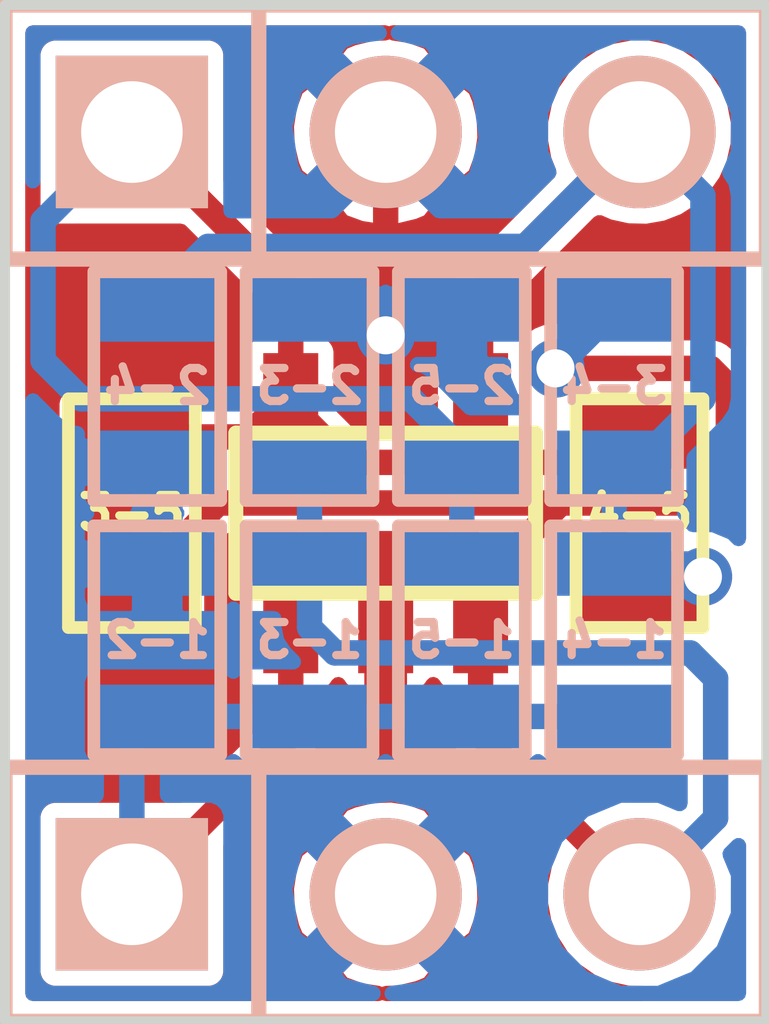
<source format=kicad_pcb>
(kicad_pcb (version 3) (host pcbnew "(2013-june-11)-stable")

  (general
    (links 26)
    (no_connects 0)
    (area 183.921399 67.081399 191.998601 79.0956)
    (thickness 1.6)
    (drawings 4)
    (tracks 67)
    (zones 0)
    (modules 13)
    (nets 6)
  )

  (page A3)
  (layers
    (15 F.Cu signal hide)
    (0 B.Cu signal hide)
    (16 B.Adhes user)
    (17 F.Adhes user)
    (18 B.Paste user)
    (19 F.Paste user)
    (20 B.SilkS user)
    (21 F.SilkS user)
    (22 B.Mask user)
    (23 F.Mask user)
    (24 Dwgs.User user)
    (25 Cmts.User user)
    (26 Eco1.User user)
    (27 Eco2.User user)
    (28 Edge.Cuts user)
  )

  (setup
    (last_trace_width 0.254)
    (trace_clearance 0.1524)
    (zone_clearance 0.1524)
    (zone_45_only no)
    (trace_min 0.254)
    (segment_width 0.2)
    (edge_width 0.1)
    (via_size 0.5842)
    (via_drill 0.381)
    (via_min_size 0.508)
    (via_min_drill 0.3302)
    (uvia_size 0.508)
    (uvia_drill 0.127)
    (uvias_allowed no)
    (uvia_min_size 0.508)
    (uvia_min_drill 0.127)
    (pcb_text_width 0.3)
    (pcb_text_size 1.5 1.5)
    (mod_edge_width 0.15)
    (mod_text_size 1 1)
    (mod_text_width 0.15)
    (pad_size 0.508 0.508)
    (pad_drill 0.3302)
    (pad_to_mask_clearance 0)
    (aux_axis_origin 0 0)
    (visible_elements FFFFDFBF)
    (pcbplotparams
      (layerselection 284983297)
      (usegerberextensions true)
      (excludeedgelayer true)
      (linewidth 0.150000)
      (plotframeref false)
      (viasonmask false)
      (mode 1)
      (useauxorigin false)
      (hpglpennumber 1)
      (hpglpenspeed 20)
      (hpglpendiameter 15)
      (hpglpenoverlay 2)
      (psnegative false)
      (psa4output false)
      (plotreference true)
      (plotvalue true)
      (plotothertext true)
      (plotinvisibletext false)
      (padsonsilk false)
      (subtractmaskfromsilk false)
      (outputformat 1)
      (mirror false)
      (drillshape 0)
      (scaleselection 1)
      (outputdirectory gerbers/))
  )

  (net 0 "")
  (net 1 N-000001)
  (net 2 N-000002)
  (net 3 N-000003)
  (net 4 N-000004)
  (net 5 N-000005)

  (net_class Default "This is the default net class."
    (clearance 0.1524)
    (trace_width 0.254)
    (via_dia 0.5842)
    (via_drill 0.381)
    (uvia_dia 0.508)
    (uvia_drill 0.127)
    (add_net "")
    (add_net N-000001)
    (add_net N-000002)
    (add_net N-000003)
    (add_net N-000004)
    (add_net N-000005)
  )

  (module sot25 (layer F.Cu) (tedit 52E5BEE8) (tstamp 52E5BED4)
    (at 187.96 72.39 180)
    (path /52E5B048)
    (fp_text reference U1 (at 0 0 180) (layer F.SilkS) hide
      (effects (font (size 0.7 0.7) (thickness 0.15)))
    )
    (fp_text value AL8805 (at 0.2 -2.5 180) (layer F.SilkS) hide
      (effects (font (size 1 1) (thickness 0.15)))
    )
    (fp_line (start -1.5 -0.8) (end 1.5 -0.8) (layer F.SilkS) (width 0.15))
    (fp_line (start 1.5 -0.8) (end 1.5 0.8) (layer F.SilkS) (width 0.15))
    (fp_line (start 1.5 0.8) (end -1.4 0.8) (layer F.SilkS) (width 0.15))
    (fp_line (start -1.4 0.8) (end -1.5 0.8) (layer F.SilkS) (width 0.15))
    (fp_line (start -1.5 0.8) (end -1.5 -0.8) (layer F.SilkS) (width 0.15))
    (pad 3 smd rect (at -0.95 -1.2 180) (size 0.55 0.8)
      (layers F.Cu F.Paste F.Mask)
      (net 3 N-000003)
    )
    (pad 2 smd rect (at 0 -1.2 180) (size 0.55 0.8)
      (layers F.Cu F.Paste F.Mask)
      (net 4 N-000004)
    )
    (pad 1 smd rect (at 0.95 -1.2 180) (size 0.55 0.8)
      (layers F.Cu F.Paste F.Mask)
      (net 5 N-000005)
    )
    (pad 4 smd rect (at -0.95 1.2 180) (size 0.55 0.8)
      (layers F.Cu F.Paste F.Mask)
      (net 1 N-000001)
    )
    (pad 5 smd rect (at 0.95 1.2 180) (size 0.55 0.8)
      (layers F.Cu F.Paste F.Mask)
      (net 2 N-000002)
    )
  )

  (module PIN_ARRAY_3X1 (layer B.Cu) (tedit 52E5BEE6) (tstamp 52E5BF62)
    (at 187.96 68.58)
    (descr "Connecteur 3 pins")
    (tags "CONN DEV")
    (path /52E5B057)
    (fp_text reference K2 (at 0.254 2.159) (layer B.SilkS) hide
      (effects (font (size 1.016 1.016) (thickness 0.1524)) (justify mirror))
    )
    (fp_text value CONN_3 (at 0 2.159) (layer B.SilkS) hide
      (effects (font (size 1.016 1.016) (thickness 0.1524)) (justify mirror))
    )
    (fp_line (start -3.81 -1.27) (end -3.81 1.27) (layer B.SilkS) (width 0.1524))
    (fp_line (start -3.81 1.27) (end 3.81 1.27) (layer B.SilkS) (width 0.1524))
    (fp_line (start 3.81 1.27) (end 3.81 -1.27) (layer B.SilkS) (width 0.1524))
    (fp_line (start 3.81 -1.27) (end -3.81 -1.27) (layer B.SilkS) (width 0.1524))
    (fp_line (start -1.27 1.27) (end -1.27 -1.27) (layer B.SilkS) (width 0.1524))
    (pad 1 thru_hole rect (at -2.54 0) (size 1.524 1.524) (drill 1.016)
      (layers *.Cu *.Mask B.SilkS)
      (net 2 N-000002)
    )
    (pad 2 thru_hole circle (at 0 0) (size 1.524 1.524) (drill 1.016)
      (layers *.Cu *.Mask B.SilkS)
      (net 4 N-000004)
    )
    (pad 3 thru_hole circle (at 2.54 0) (size 1.524 1.524) (drill 1.016)
      (layers *.Cu *.Mask B.SilkS)
      (net 1 N-000001)
    )
    (model pin_array/pins_array_3x1.wrl
      (at (xyz 0 0 0))
      (scale (xyz 1 1 1))
      (rotate (xyz 0 0 0))
    )
  )

  (module PIN_ARRAY_3X1 (layer B.Cu) (tedit 52E5BEE3) (tstamp 52E5BF6E)
    (at 187.96 76.2)
    (descr "Connecteur 3 pins")
    (tags "CONN DEV")
    (path /52E5B070)
    (fp_text reference K1 (at 0.254 2.159) (layer B.SilkS) hide
      (effects (font (size 1.016 1.016) (thickness 0.1524)) (justify mirror))
    )
    (fp_text value CONN_3 (at 0 2.159) (layer B.SilkS) hide
      (effects (font (size 1.016 1.016) (thickness 0.1524)) (justify mirror))
    )
    (fp_line (start -3.81 -1.27) (end -3.81 1.27) (layer B.SilkS) (width 0.1524))
    (fp_line (start -3.81 1.27) (end 3.81 1.27) (layer B.SilkS) (width 0.1524))
    (fp_line (start 3.81 1.27) (end 3.81 -1.27) (layer B.SilkS) (width 0.1524))
    (fp_line (start 3.81 -1.27) (end -3.81 -1.27) (layer B.SilkS) (width 0.1524))
    (fp_line (start -1.27 1.27) (end -1.27 -1.27) (layer B.SilkS) (width 0.1524))
    (pad 1 thru_hole rect (at -2.54 0) (size 1.524 1.524) (drill 1.016)
      (layers *.Cu *.Mask B.SilkS)
      (net 5 N-000005)
    )
    (pad 2 thru_hole circle (at 0 0) (size 1.524 1.524) (drill 1.016)
      (layers *.Cu *.Mask B.SilkS)
      (net 4 N-000004)
    )
    (pad 3 thru_hole circle (at 2.54 0) (size 1.524 1.524) (drill 1.016)
      (layers *.Cu *.Mask B.SilkS)
      (net 3 N-000003)
    )
    (model pin_array/pins_array_3x1.wrl
      (at (xyz 0 0 0))
      (scale (xyz 1 1 1))
      (rotate (xyz 0 0 0))
    )
  )

  (module SM0603 (layer F.Cu) (tedit 52E5D53E) (tstamp 52E5BFA2)
    (at 185.42 72.39 270)
    (path /52E5B16F)
    (attr smd)
    (fp_text reference R8 (at 0 0 270) (layer F.SilkS) hide
      (effects (font (size 0.508 0.4572) (thickness 0.1143)))
    )
    (fp_text value 3-5 (at 0 0 360) (layer F.SilkS)
      (effects (font (size 0.3302 0.3302) (thickness 0.08255)))
    )
    (fp_line (start -1.143 -0.635) (end 1.143 -0.635) (layer F.SilkS) (width 0.127))
    (fp_line (start 1.143 -0.635) (end 1.143 0.635) (layer F.SilkS) (width 0.127))
    (fp_line (start 1.143 0.635) (end -1.143 0.635) (layer F.SilkS) (width 0.127))
    (fp_line (start -1.143 0.635) (end -1.143 -0.635) (layer F.SilkS) (width 0.127))
    (pad 1 smd rect (at -0.762 0 270) (size 0.635 1.143)
      (layers F.Cu F.Paste F.Mask)
      (net 2 N-000002)
    )
    (pad 2 smd rect (at 0.762 0 270) (size 0.635 1.143)
      (layers F.Cu F.Paste F.Mask)
      (net 3 N-000003)
    )
    (model smd\resistors\R0603.wrl
      (at (xyz 0 0 0.001))
      (scale (xyz 0.5 0.5 0.5))
      (rotate (xyz 0 0 0))
    )
  )

  (module SM0603 (layer B.Cu) (tedit 52E5D55D) (tstamp 52E5BFAC)
    (at 190.246 71.12 90)
    (path /52E5B175)
    (attr smd)
    (fp_text reference R9 (at 0 0 90) (layer B.SilkS) hide
      (effects (font (size 0.508 0.4572) (thickness 0.1143)) (justify mirror))
    )
    (fp_text value 3-4 (at 0 0 180) (layer B.SilkS)
      (effects (font (size 0.3302 0.3302) (thickness 0.08255)) (justify mirror))
    )
    (fp_line (start -1.143 0.635) (end 1.143 0.635) (layer B.SilkS) (width 0.127))
    (fp_line (start 1.143 0.635) (end 1.143 -0.635) (layer B.SilkS) (width 0.127))
    (fp_line (start 1.143 -0.635) (end -1.143 -0.635) (layer B.SilkS) (width 0.127))
    (fp_line (start -1.143 -0.635) (end -1.143 0.635) (layer B.SilkS) (width 0.127))
    (pad 1 smd rect (at -0.762 0 90) (size 0.635 1.143)
      (layers B.Cu B.Paste B.Mask)
      (net 1 N-000001)
    )
    (pad 2 smd rect (at 0.762 0 90) (size 0.635 1.143)
      (layers B.Cu B.Paste B.Mask)
      (net 3 N-000003)
    )
    (model smd\resistors\R0603.wrl
      (at (xyz 0 0 0.001))
      (scale (xyz 0.5 0.5 0.5))
      (rotate (xyz 0 0 0))
    )
  )

  (module SM0603 (layer F.Cu) (tedit 52E5D546) (tstamp 52E5BFB6)
    (at 190.5 72.39 90)
    (path /52E5B193)
    (attr smd)
    (fp_text reference R10 (at 0 0 90) (layer F.SilkS) hide
      (effects (font (size 0.508 0.4572) (thickness 0.1143)))
    )
    (fp_text value 4-5 (at 0 0 180) (layer F.SilkS)
      (effects (font (size 0.3302 0.3302) (thickness 0.08255)))
    )
    (fp_line (start -1.143 -0.635) (end 1.143 -0.635) (layer F.SilkS) (width 0.127))
    (fp_line (start 1.143 -0.635) (end 1.143 0.635) (layer F.SilkS) (width 0.127))
    (fp_line (start 1.143 0.635) (end -1.143 0.635) (layer F.SilkS) (width 0.127))
    (fp_line (start -1.143 0.635) (end -1.143 -0.635) (layer F.SilkS) (width 0.127))
    (pad 1 smd rect (at -0.762 0 90) (size 0.635 1.143)
      (layers F.Cu F.Paste F.Mask)
      (net 1 N-000001)
    )
    (pad 2 smd rect (at 0.762 0 90) (size 0.635 1.143)
      (layers F.Cu F.Paste F.Mask)
      (net 2 N-000002)
    )
    (model smd\resistors\R0603.wrl
      (at (xyz 0 0 0.001))
      (scale (xyz 0.5 0.5 0.5))
      (rotate (xyz 0 0 0))
    )
  )

  (module SM0603 (layer B.Cu) (tedit 52E5D561) (tstamp 52E5BFC0)
    (at 185.674 73.66 270)
    (path /52E5B19F)
    (attr smd)
    (fp_text reference R1 (at 0 0 270) (layer B.SilkS) hide
      (effects (font (size 0.508 0.4572) (thickness 0.1143)) (justify mirror))
    )
    (fp_text value 1-2 (at 0 0 360) (layer B.SilkS)
      (effects (font (size 0.3302 0.3302) (thickness 0.08255)) (justify mirror))
    )
    (fp_line (start -1.143 0.635) (end 1.143 0.635) (layer B.SilkS) (width 0.127))
    (fp_line (start 1.143 0.635) (end 1.143 -0.635) (layer B.SilkS) (width 0.127))
    (fp_line (start 1.143 -0.635) (end -1.143 -0.635) (layer B.SilkS) (width 0.127))
    (fp_line (start -1.143 -0.635) (end -1.143 0.635) (layer B.SilkS) (width 0.127))
    (pad 1 smd rect (at -0.762 0 270) (size 0.635 1.143)
      (layers B.Cu B.Paste B.Mask)
      (net 4 N-000004)
    )
    (pad 2 smd rect (at 0.762 0 270) (size 0.635 1.143)
      (layers B.Cu B.Paste B.Mask)
      (net 5 N-000005)
    )
    (model smd\resistors\R0603.wrl
      (at (xyz 0 0 0.001))
      (scale (xyz 0.5 0.5 0.5))
      (rotate (xyz 0 0 0))
    )
  )

  (module SM0603 (layer B.Cu) (tedit 52E5D569) (tstamp 52E5BFCA)
    (at 187.198 73.66 270)
    (path /52E5B1A5)
    (attr smd)
    (fp_text reference R2 (at 0 0 270) (layer B.SilkS) hide
      (effects (font (size 0.508 0.4572) (thickness 0.1143)) (justify mirror))
    )
    (fp_text value 1-3 (at 0 0 360) (layer B.SilkS)
      (effects (font (size 0.3302 0.3302) (thickness 0.08255)) (justify mirror))
    )
    (fp_line (start -1.143 0.635) (end 1.143 0.635) (layer B.SilkS) (width 0.127))
    (fp_line (start 1.143 0.635) (end 1.143 -0.635) (layer B.SilkS) (width 0.127))
    (fp_line (start 1.143 -0.635) (end -1.143 -0.635) (layer B.SilkS) (width 0.127))
    (fp_line (start -1.143 -0.635) (end -1.143 0.635) (layer B.SilkS) (width 0.127))
    (pad 1 smd rect (at -0.762 0 270) (size 0.635 1.143)
      (layers B.Cu B.Paste B.Mask)
      (net 3 N-000003)
    )
    (pad 2 smd rect (at 0.762 0 270) (size 0.635 1.143)
      (layers B.Cu B.Paste B.Mask)
      (net 5 N-000005)
    )
    (model smd\resistors\R0603.wrl
      (at (xyz 0 0 0.001))
      (scale (xyz 0.5 0.5 0.5))
      (rotate (xyz 0 0 0))
    )
  )

  (module SM0603 (layer B.Cu) (tedit 52E5D56C) (tstamp 52E5BFD4)
    (at 188.722 73.66 270)
    (path /52E5B1AB)
    (attr smd)
    (fp_text reference R3 (at 0 0 270) (layer B.SilkS) hide
      (effects (font (size 0.508 0.4572) (thickness 0.1143)) (justify mirror))
    )
    (fp_text value 1-5 (at 0 0 360) (layer B.SilkS)
      (effects (font (size 0.3302 0.3302) (thickness 0.08255)) (justify mirror))
    )
    (fp_line (start -1.143 0.635) (end 1.143 0.635) (layer B.SilkS) (width 0.127))
    (fp_line (start 1.143 0.635) (end 1.143 -0.635) (layer B.SilkS) (width 0.127))
    (fp_line (start 1.143 -0.635) (end -1.143 -0.635) (layer B.SilkS) (width 0.127))
    (fp_line (start -1.143 -0.635) (end -1.143 0.635) (layer B.SilkS) (width 0.127))
    (pad 1 smd rect (at -0.762 0 270) (size 0.635 1.143)
      (layers B.Cu B.Paste B.Mask)
      (net 2 N-000002)
    )
    (pad 2 smd rect (at 0.762 0 270) (size 0.635 1.143)
      (layers B.Cu B.Paste B.Mask)
      (net 5 N-000005)
    )
    (model smd\resistors\R0603.wrl
      (at (xyz 0 0 0.001))
      (scale (xyz 0.5 0.5 0.5))
      (rotate (xyz 0 0 0))
    )
  )

  (module SM0603 (layer B.Cu) (tedit 52E5D56F) (tstamp 52E5BFDE)
    (at 190.246 73.66 270)
    (path /52E5B1B1)
    (attr smd)
    (fp_text reference R4 (at 0 0 270) (layer B.SilkS) hide
      (effects (font (size 0.508 0.4572) (thickness 0.1143)) (justify mirror))
    )
    (fp_text value 1-4 (at 0 0 360) (layer B.SilkS)
      (effects (font (size 0.3302 0.3302) (thickness 0.08255)) (justify mirror))
    )
    (fp_line (start -1.143 0.635) (end 1.143 0.635) (layer B.SilkS) (width 0.127))
    (fp_line (start 1.143 0.635) (end 1.143 -0.635) (layer B.SilkS) (width 0.127))
    (fp_line (start 1.143 -0.635) (end -1.143 -0.635) (layer B.SilkS) (width 0.127))
    (fp_line (start -1.143 -0.635) (end -1.143 0.635) (layer B.SilkS) (width 0.127))
    (pad 1 smd rect (at -0.762 0 270) (size 0.635 1.143)
      (layers B.Cu B.Paste B.Mask)
      (net 1 N-000001)
    )
    (pad 2 smd rect (at 0.762 0 270) (size 0.635 1.143)
      (layers B.Cu B.Paste B.Mask)
      (net 5 N-000005)
    )
    (model smd\resistors\R0603.wrl
      (at (xyz 0 0 0.001))
      (scale (xyz 0.5 0.5 0.5))
      (rotate (xyz 0 0 0))
    )
  )

  (module SM0603 (layer B.Cu) (tedit 52E5D555) (tstamp 52E5BFE8)
    (at 187.198 71.12 90)
    (path /52E5B1C3)
    (attr smd)
    (fp_text reference R5 (at 0 0 90) (layer B.SilkS) hide
      (effects (font (size 0.508 0.4572) (thickness 0.1143)) (justify mirror))
    )
    (fp_text value 2-3 (at 0 0 180) (layer B.SilkS)
      (effects (font (size 0.3302 0.3302) (thickness 0.08255)) (justify mirror))
    )
    (fp_line (start -1.143 0.635) (end 1.143 0.635) (layer B.SilkS) (width 0.127))
    (fp_line (start 1.143 0.635) (end 1.143 -0.635) (layer B.SilkS) (width 0.127))
    (fp_line (start 1.143 -0.635) (end -1.143 -0.635) (layer B.SilkS) (width 0.127))
    (fp_line (start -1.143 -0.635) (end -1.143 0.635) (layer B.SilkS) (width 0.127))
    (pad 1 smd rect (at -0.762 0 90) (size 0.635 1.143)
      (layers B.Cu B.Paste B.Mask)
      (net 3 N-000003)
    )
    (pad 2 smd rect (at 0.762 0 90) (size 0.635 1.143)
      (layers B.Cu B.Paste B.Mask)
      (net 4 N-000004)
    )
    (model smd\resistors\R0603.wrl
      (at (xyz 0 0 0.001))
      (scale (xyz 0.5 0.5 0.5))
      (rotate (xyz 0 0 0))
    )
  )

  (module SM0603 (layer B.Cu) (tedit 52E5D559) (tstamp 52E5C2E4)
    (at 188.722 71.12 90)
    (path /52E5B1C9)
    (attr smd)
    (fp_text reference R6 (at 0 0 90) (layer B.SilkS) hide
      (effects (font (size 0.508 0.4572) (thickness 0.1143)) (justify mirror))
    )
    (fp_text value 2-5 (at 0 0 180) (layer B.SilkS)
      (effects (font (size 0.3302 0.3302) (thickness 0.08255)) (justify mirror))
    )
    (fp_line (start -1.143 0.635) (end 1.143 0.635) (layer B.SilkS) (width 0.127))
    (fp_line (start 1.143 0.635) (end 1.143 -0.635) (layer B.SilkS) (width 0.127))
    (fp_line (start 1.143 -0.635) (end -1.143 -0.635) (layer B.SilkS) (width 0.127))
    (fp_line (start -1.143 -0.635) (end -1.143 0.635) (layer B.SilkS) (width 0.127))
    (pad 1 smd rect (at -0.762 0 90) (size 0.635 1.143)
      (layers B.Cu B.Paste B.Mask)
      (net 2 N-000002)
    )
    (pad 2 smd rect (at 0.762 0 90) (size 0.635 1.143)
      (layers B.Cu B.Paste B.Mask)
      (net 4 N-000004)
    )
    (model smd\resistors\R0603.wrl
      (at (xyz 0 0 0.001))
      (scale (xyz 0.5 0.5 0.5))
      (rotate (xyz 0 0 0))
    )
  )

  (module SM0603 (layer B.Cu) (tedit 52E5D550) (tstamp 52E5BFFC)
    (at 185.674 71.12 270)
    (path /52E5B1CF)
    (attr smd)
    (fp_text reference R7 (at 0 0 270) (layer B.SilkS) hide
      (effects (font (size 0.508 0.4572) (thickness 0.1143)) (justify mirror))
    )
    (fp_text value 2-4 (at 0 0 360) (layer B.SilkS)
      (effects (font (size 0.3302 0.3302) (thickness 0.08255)) (justify mirror))
    )
    (fp_line (start -1.143 0.635) (end 1.143 0.635) (layer B.SilkS) (width 0.127))
    (fp_line (start 1.143 0.635) (end 1.143 -0.635) (layer B.SilkS) (width 0.127))
    (fp_line (start 1.143 -0.635) (end -1.143 -0.635) (layer B.SilkS) (width 0.127))
    (fp_line (start -1.143 -0.635) (end -1.143 0.635) (layer B.SilkS) (width 0.127))
    (pad 1 smd rect (at -0.762 0 270) (size 0.635 1.143)
      (layers B.Cu B.Paste B.Mask)
      (net 1 N-000001)
    )
    (pad 2 smd rect (at 0.762 0 270) (size 0.635 1.143)
      (layers B.Cu B.Paste B.Mask)
      (net 4 N-000004)
    )
    (model smd\resistors\R0603.wrl
      (at (xyz 0 0 0.001))
      (scale (xyz 0.5 0.5 0.5))
      (rotate (xyz 0 0 0))
    )
  )

  (gr_line (start 191.77 67.31) (end 184.15 67.31) (angle 90) (layer Edge.Cuts) (width 0.1))
  (gr_line (start 191.77 77.47) (end 191.77 67.31) (angle 90) (layer Edge.Cuts) (width 0.1))
  (gr_line (start 184.15 77.47) (end 191.77 77.47) (angle 90) (layer Edge.Cuts) (width 0.1))
  (gr_line (start 184.15 67.31) (end 184.15 77.47) (angle 90) (layer Edge.Cuts) (width 0.1))

  (segment (start 190.5 73.152) (end 191.008 73.152) (width 0.254) (layer F.Cu) (net 1))
  (segment (start 191.008 72.898) (end 190.246 72.898) (width 0.254) (layer B.Cu) (net 1) (tstamp 52E5C6BF))
  (segment (start 191.135 73.025) (end 191.008 72.898) (width 0.254) (layer B.Cu) (net 1) (tstamp 52E5C6BE))
  (via (at 191.135 73.025) (size 0.5842) (layers F.Cu B.Cu) (net 1))
  (segment (start 191.008 73.152) (end 191.135 73.025) (width 0.254) (layer F.Cu) (net 1) (tstamp 52E5C6B7))
  (segment (start 185.674 70.358) (end 185.674 70.231) (width 0.254) (layer B.Cu) (net 1))
  (segment (start 189.357 69.723) (end 190.5 68.58) (width 0.254) (layer B.Cu) (net 1) (tstamp 52E5C421))
  (segment (start 186.182 69.723) (end 189.357 69.723) (width 0.254) (layer B.Cu) (net 1) (tstamp 52E5C420))
  (segment (start 185.674 70.231) (end 186.182 69.723) (width 0.254) (layer B.Cu) (net 1) (tstamp 52E5C41D))
  (segment (start 190.246 71.882) (end 190.5 71.882) (width 0.254) (layer B.Cu) (net 1))
  (segment (start 191.135 69.215) (end 190.5 68.58) (width 0.254) (layer B.Cu) (net 1) (tstamp 52E5C408))
  (segment (start 191.135 71.247) (end 191.135 69.215) (width 0.254) (layer B.Cu) (net 1) (tstamp 52E5C400))
  (segment (start 190.5 71.882) (end 191.135 71.247) (width 0.254) (layer B.Cu) (net 1) (tstamp 52E5C3FE))
  (segment (start 190.246 72.898) (end 190.246 71.882) (width 0.254) (layer B.Cu) (net 1))
  (segment (start 188.91 71.19) (end 188.91 70.17) (width 0.254) (layer F.Cu) (net 1))
  (segment (start 188.91 70.17) (end 190.5 68.58) (width 0.254) (layer F.Cu) (net 1) (tstamp 52E5C28D))
  (segment (start 187.01 71.19) (end 187.01 71.313) (width 0.254) (layer F.Cu) (net 2))
  (segment (start 190.246 71.882) (end 190.5 71.628) (width 0.254) (layer F.Cu) (net 2) (tstamp 52E5C5C6))
  (segment (start 187.579 71.882) (end 190.246 71.882) (width 0.254) (layer F.Cu) (net 2) (tstamp 52E5C5C3))
  (segment (start 187.01 71.313) (end 187.579 71.882) (width 0.254) (layer F.Cu) (net 2) (tstamp 52E5C5BF))
  (segment (start 185.42 71.628) (end 186.572 71.628) (width 0.254) (layer F.Cu) (net 2))
  (segment (start 186.572 71.628) (end 187.01 71.19) (width 0.254) (layer F.Cu) (net 2) (tstamp 52E5C5B8))
  (segment (start 188.722 71.882) (end 188.722 71.755) (width 0.254) (layer B.Cu) (net 2))
  (segment (start 184.531 69.469) (end 185.42 68.58) (width 0.254) (layer B.Cu) (net 2) (tstamp 52E5C3C4))
  (segment (start 184.531 70.866) (end 184.531 69.469) (width 0.254) (layer B.Cu) (net 2) (tstamp 52E5C3C2))
  (segment (start 184.912 71.247) (end 184.531 70.866) (width 0.254) (layer B.Cu) (net 2) (tstamp 52E5C3C0))
  (segment (start 188.214 71.247) (end 184.912 71.247) (width 0.254) (layer B.Cu) (net 2) (tstamp 52E5C3BF))
  (segment (start 188.722 71.755) (end 188.214 71.247) (width 0.254) (layer B.Cu) (net 2) (tstamp 52E5C3BE))
  (segment (start 188.722 71.882) (end 188.722 72.898) (width 0.254) (layer B.Cu) (net 2))
  (segment (start 187.01 71.19) (end 187.01 70.17) (width 0.254) (layer F.Cu) (net 2))
  (segment (start 187.01 70.17) (end 185.42 68.58) (width 0.254) (layer F.Cu) (net 2) (tstamp 52E5C291))
  (segment (start 189.712598 72.288402) (end 186.283598 72.288402) (width 0.254) (layer F.Cu) (net 3))
  (segment (start 186.283598 72.288402) (end 185.42 73.152) (width 0.254) (layer F.Cu) (net 3) (tstamp 52E5C726))
  (segment (start 189.65926 70.9422) (end 191.2112 70.9422) (width 0.254) (layer F.Cu) (net 3))
  (segment (start 188.91 73.091) (end 188.91 73.59) (width 0.254) (layer F.Cu) (net 3) (tstamp 52E5C5DA))
  (segment (start 189.712598 72.288402) (end 188.91 73.091) (width 0.254) (layer F.Cu) (net 3) (tstamp 52E5C5D6))
  (segment (start 191.236598 72.288402) (end 189.712598 72.288402) (width 0.254) (layer F.Cu) (net 3) (tstamp 52E5C5D1))
  (segment (start 191.389 72.136) (end 191.236598 72.288402) (width 0.254) (layer F.Cu) (net 3) (tstamp 52E5C5D0))
  (segment (start 191.389 71.12) (end 191.389 72.136) (width 0.254) (layer F.Cu) (net 3) (tstamp 52E5C5CE))
  (segment (start 191.2112 70.9422) (end 191.389 71.12) (width 0.254) (layer F.Cu) (net 3) (tstamp 52E5C5CA))
  (segment (start 190.246 70.358) (end 190.24346 70.358) (width 0.254) (layer B.Cu) (net 3))
  (segment (start 189.64656 70.9549) (end 189.64656 70.98284) (width 0.254) (layer F.Cu) (net 3) (tstamp 52E5C4DD))
  (segment (start 189.65926 70.9422) (end 189.64656 70.9549) (width 0.254) (layer F.Cu) (net 3) (tstamp 52E5C4DC))
  (via (at 189.65926 70.9422) (size 0.5842) (layers F.Cu B.Cu) (net 3))
  (segment (start 190.24346 70.358) (end 189.65926 70.9422) (width 0.254) (layer B.Cu) (net 3) (tstamp 52E5C49B))
  (segment (start 187.198 72.898) (end 187.198 73.533) (width 0.254) (layer B.Cu) (net 3))
  (segment (start 191.262 75.438) (end 190.5 76.2) (width 0.254) (layer B.Cu) (net 3) (tstamp 52E5C3A6))
  (segment (start 191.262 74.041) (end 191.262 75.438) (width 0.254) (layer B.Cu) (net 3) (tstamp 52E5C3A5))
  (segment (start 191.008 73.787) (end 191.262 74.041) (width 0.254) (layer B.Cu) (net 3) (tstamp 52E5C39C))
  (segment (start 190.881 73.787) (end 191.008 73.787) (width 0.254) (layer B.Cu) (net 3) (tstamp 52E5C399))
  (segment (start 187.452 73.787) (end 190.881 73.787) (width 0.254) (layer B.Cu) (net 3) (tstamp 52E5C397))
  (segment (start 187.198 73.533) (end 187.452 73.787) (width 0.254) (layer B.Cu) (net 3) (tstamp 52E5C395))
  (segment (start 187.198 72.898) (end 187.198 71.882) (width 0.254) (layer B.Cu) (net 3))
  (segment (start 188.91 73.59) (end 188.91 74.61) (width 0.254) (layer F.Cu) (net 3))
  (segment (start 188.91 74.61) (end 190.5 76.2) (width 0.254) (layer F.Cu) (net 3) (tstamp 52E5C29C))
  (segment (start 187.96 70.358) (end 187.96 70.612) (width 0.254) (layer B.Cu) (net 4))
  (segment (start 187.96 70.612) (end 187.96 68.58) (width 0.254) (layer F.Cu) (net 4) (tstamp 52E5C62E))
  (via (at 187.96 70.612) (size 0.5842) (layers F.Cu B.Cu) (net 4))
  (segment (start 187.198 70.358) (end 187.96 70.358) (width 0.254) (layer B.Cu) (net 4))
  (segment (start 187.96 70.358) (end 188.722 70.358) (width 0.254) (layer B.Cu) (net 4) (tstamp 52E5C621))
  (segment (start 187.198 74.422) (end 188.722 74.422) (width 0.254) (layer B.Cu) (net 5))
  (segment (start 185.42 76.2) (end 185.42 74.676) (width 0.254) (layer B.Cu) (net 5))
  (segment (start 185.42 74.676) (end 185.674 74.422) (width 0.254) (layer B.Cu) (net 5) (tstamp 52E5C36B))
  (segment (start 185.674 74.422) (end 188.722 74.422) (width 0.254) (layer B.Cu) (net 5) (tstamp 52E5C36C))
  (segment (start 188.722 74.422) (end 190.246 74.422) (width 0.254) (layer B.Cu) (net 5) (tstamp 52E5C36D))
  (segment (start 187.01 73.59) (end 187.01 74.61) (width 0.254) (layer F.Cu) (net 5))
  (segment (start 187.01 74.61) (end 185.42 76.2) (width 0.254) (layer F.Cu) (net 5) (tstamp 52E5C298))

  (zone (net 4) (net_name N-000004) (layer F.Cu) (tstamp 52E5C295) (hatch edge 0.508)
    (connect_pads (clearance 0.1524))
    (min_thickness 0.1524)
    (fill (arc_segments 32) (thermal_gap 0.1524) (thermal_bridge_width 0.508))
    (polygon
      (pts
        (xy 184.15 67.31) (xy 184.15 77.216) (xy 184.15 77.47) (xy 191.77 77.47) (xy 191.77 67.31)
      )
    )
    (filled_polygon
      (pts
        (xy 191.4914 70.719506) (xy 191.462647 70.690753) (xy 191.437207 70.669855) (xy 191.412102 70.64879) (xy 191.410469 70.647892)
        (xy 191.409019 70.646701) (xy 191.380027 70.631156) (xy 191.351286 70.615355) (xy 191.349502 70.614789) (xy 191.347855 70.613906)
        (xy 191.316408 70.604291) (xy 191.285133 70.594371) (xy 191.283279 70.594163) (xy 191.281487 70.593615) (xy 191.248741 70.590289)
        (xy 191.216165 70.586635) (xy 191.212512 70.586609) (xy 191.212441 70.586602) (xy 191.212374 70.586608) (xy 191.2112 70.5866)
        (xy 190.039988 70.5866) (xy 189.992772 70.539053) (xy 189.908116 70.481951) (xy 189.81398 70.44238) (xy 189.713951 70.421847)
        (xy 189.611839 70.421134) (xy 189.511534 70.440269) (xy 189.416855 70.478521) (xy 189.331409 70.534436) (xy 189.282023 70.582797)
        (xy 189.2656 70.575894) (xy 189.2656 70.317294) (xy 190.097627 69.485267) (xy 190.192407 69.526675) (xy 190.382142 69.568391)
        (xy 190.576366 69.572459) (xy 190.767681 69.538725) (xy 190.9488 69.468474) (xy 191.112825 69.36438) (xy 191.253508 69.23041)
        (xy 191.365489 69.071666) (xy 191.444505 68.894195) (xy 191.487544 68.704756) (xy 191.490642 68.482867) (xy 191.452909 68.2923)
        (xy 191.37888 68.112691) (xy 191.271374 67.950882) (xy 191.134487 67.813037) (xy 190.973433 67.704404) (xy 190.794346 67.629123)
        (xy 190.604047 67.59006) (xy 190.409785 67.588704) (xy 190.218959 67.625106) (xy 190.038838 67.697879) (xy 189.876283 67.804252)
        (xy 189.737485 67.940174) (xy 189.62773 68.100466) (xy 189.551201 68.279023) (xy 189.51081 68.469045) (xy 189.508098 68.663292)
        (xy 189.543167 68.854367) (xy 189.594098 68.983006) (xy 188.953731 69.623374) (xy 188.953731 68.637481) (xy 188.945971 68.443369)
        (xy 188.900654 68.254462) (xy 188.856846 68.148176) (xy 188.73714 68.054307) (xy 188.211447 68.58) (xy 188.73714 69.105693)
        (xy 188.856846 69.011824) (xy 188.923641 68.829402) (xy 188.953731 68.637481) (xy 188.953731 69.623374) (xy 188.658553 69.918553)
        (xy 188.637655 69.943992) (xy 188.61659 69.969098) (xy 188.615692 69.97073) (xy 188.614501 69.972181) (xy 188.598956 70.001172)
        (xy 188.583155 70.029914) (xy 188.582589 70.031697) (xy 188.581706 70.033345) (xy 188.572091 70.064791) (xy 188.562171 70.096067)
        (xy 188.561963 70.09792) (xy 188.561415 70.099713) (xy 188.558089 70.132458) (xy 188.554435 70.165035) (xy 188.554409 70.168687)
        (xy 188.554402 70.168759) (xy 188.554408 70.168825) (xy 188.5544 70.17) (xy 188.5544 70.575953) (xy 188.52716 70.587181)
        (xy 188.489819 70.61199) (xy 188.485693 70.616087) (xy 188.485693 69.35714) (xy 187.96 68.831447) (xy 187.708553 69.082894)
        (xy 187.708553 68.58) (xy 187.18286 68.054307) (xy 187.063154 68.148176) (xy 186.996359 68.330598) (xy 186.966269 68.522519)
        (xy 186.974029 68.716631) (xy 187.019346 68.905538) (xy 187.063154 69.011824) (xy 187.18286 69.105693) (xy 187.708553 68.58)
        (xy 187.708553 69.082894) (xy 187.434307 69.35714) (xy 187.528176 69.476846) (xy 187.710598 69.543641) (xy 187.902519 69.573731)
        (xy 188.096631 69.565971) (xy 188.285538 69.520654) (xy 188.391824 69.476846) (xy 188.485693 69.35714) (xy 188.485693 70.616087)
        (xy 188.458009 70.643579) (xy 188.432939 70.680746) (xy 188.415567 70.722074) (xy 188.406552 70.765989) (xy 188.406239 70.810818)
        (xy 188.406373 71.5264) (xy 187.726294 71.5264) (xy 187.513712 71.313818) (xy 187.51361 70.767585) (xy 187.504902 70.723608)
        (xy 187.487819 70.68216) (xy 187.46301 70.644819) (xy 187.431421 70.613009) (xy 187.394254 70.587939) (xy 187.3656 70.575894)
        (xy 187.3656 70.17) (xy 187.362387 70.137232) (xy 187.359531 70.104587) (xy 187.359011 70.102797) (xy 187.358828 70.10093)
        (xy 187.349319 70.069436) (xy 187.34017 70.037941) (xy 187.339309 70.03628) (xy 187.338769 70.034491) (xy 187.323323 70.005441)
        (xy 187.30823 69.976326) (xy 187.307067 69.974869) (xy 187.306187 69.973214) (xy 187.285398 69.947724) (xy 187.264933 69.922088)
        (xy 187.262363 69.919481) (xy 187.262323 69.919432) (xy 187.262277 69.919394) (xy 187.261447 69.918552) (xy 186.410735 69.067841)
        (xy 186.41061 67.795585) (xy 186.401902 67.751608) (xy 186.384819 67.71016) (xy 186.36001 67.672819) (xy 186.328421 67.641009)
        (xy 186.291254 67.615939) (xy 186.249926 67.598567) (xy 186.206011 67.589552) (xy 186.161182 67.589239) (xy 184.635585 67.58939)
        (xy 184.591608 67.598098) (xy 184.55016 67.615181) (xy 184.512819 67.63999) (xy 184.481009 67.671579) (xy 184.455939 67.708746)
        (xy 184.438567 67.750074) (xy 184.429552 67.793989) (xy 184.429239 67.838818) (xy 184.42939 69.364415) (xy 184.438098 69.408392)
        (xy 184.455181 69.44984) (xy 184.47999 69.487181) (xy 184.511579 69.518991) (xy 184.548746 69.544061) (xy 184.590074 69.561433)
        (xy 184.633989 69.570448) (xy 184.678818 69.570761) (xy 185.907744 69.570639) (xy 186.6544 70.317294) (xy 186.6544 70.575953)
        (xy 186.62716 70.587181) (xy 186.589819 70.61199) (xy 186.558009 70.643579) (xy 186.532939 70.680746) (xy 186.515567 70.722074)
        (xy 186.506552 70.765989) (xy 186.506239 70.810818) (xy 186.50631 71.190794) (xy 186.424705 71.2724) (xy 186.217004 71.2724)
        (xy 186.211402 71.244108) (xy 186.194319 71.20266) (xy 186.16951 71.165319) (xy 186.137921 71.133509) (xy 186.100754 71.108439)
        (xy 186.059426 71.091067) (xy 186.015511 71.082052) (xy 185.970682 71.081739) (xy 184.826085 71.08189) (xy 184.782108 71.090598)
        (xy 184.74066 71.107681) (xy 184.703319 71.13249) (xy 184.671509 71.164079) (xy 184.646439 71.201246) (xy 184.629067 71.242574)
        (xy 184.620052 71.286489) (xy 184.619739 71.331318) (xy 184.61989 71.967915) (xy 184.628598 72.011892) (xy 184.645681 72.05334)
        (xy 184.67049 72.090681) (xy 184.702079 72.122491) (xy 184.739246 72.147561) (xy 184.780574 72.164933) (xy 184.824489 72.173948)
        (xy 184.869318 72.174261) (xy 185.89498 72.174125) (xy 185.4633 72.605805) (xy 184.826085 72.60589) (xy 184.782108 72.614598)
        (xy 184.74066 72.631681) (xy 184.703319 72.65649) (xy 184.671509 72.688079) (xy 184.646439 72.725246) (xy 184.629067 72.766574)
        (xy 184.620052 72.810489) (xy 184.619739 72.855318) (xy 184.61989 73.491915) (xy 184.628598 73.535892) (xy 184.645681 73.57734)
        (xy 184.67049 73.614681) (xy 184.702079 73.646491) (xy 184.739246 73.671561) (xy 184.780574 73.688933) (xy 184.824489 73.697948)
        (xy 184.869318 73.698261) (xy 186.013915 73.69811) (xy 186.057892 73.689402) (xy 186.09934 73.672319) (xy 186.136681 73.64751)
        (xy 186.168491 73.615921) (xy 186.193561 73.578754) (xy 186.210933 73.537426) (xy 186.219948 73.493511) (xy 186.220261 73.448682)
        (xy 186.22012 72.854773) (xy 186.430892 72.644002) (xy 188.854104 72.644002) (xy 188.658553 72.839553) (xy 188.637655 72.864992)
        (xy 188.61659 72.890098) (xy 188.615692 72.89173) (xy 188.614501 72.893181) (xy 188.598956 72.922172) (xy 188.583155 72.950914)
        (xy 188.582589 72.952697) (xy 188.581706 72.954345) (xy 188.577423 72.968352) (xy 188.568608 72.970098) (xy 188.52716 72.987181)
        (xy 188.489819 73.01199) (xy 188.458009 73.043579) (xy 188.435 73.07769) (xy 188.411991 73.043579) (xy 188.380181 73.01199)
        (xy 188.34284 72.987181) (xy 188.301392 72.970098) (xy 188.257415 72.96139) (xy 188.15465 72.9614) (xy 188.0975 73.01855)
        (xy 188.0975 73.4122) (xy 188.1578 73.4122) (xy 188.1578 73.7678) (xy 188.0975 73.7678) (xy 188.0975 74.16145)
        (xy 188.15465 74.2186) (xy 188.257415 74.21861) (xy 188.301392 74.209902) (xy 188.34284 74.192819) (xy 188.380181 74.16801)
        (xy 188.411991 74.136421) (xy 188.435075 74.102197) (xy 188.45699 74.135181) (xy 188.488579 74.166991) (xy 188.525746 74.192061)
        (xy 188.5544 74.204105) (xy 188.5544 74.61) (xy 188.557613 74.642771) (xy 188.560469 74.675413) (xy 188.560988 74.677202)
        (xy 188.561172 74.67907) (xy 188.57068 74.710563) (xy 188.57983 74.742059) (xy 188.58069 74.743719) (xy 188.581231 74.745509)
        (xy 188.596655 74.774518) (xy 188.611769 74.803674) (xy 188.612934 74.805134) (xy 188.613813 74.806786) (xy 188.634579 74.832247)
        (xy 188.655067 74.857912) (xy 188.657633 74.860514) (xy 188.657677 74.860568) (xy 188.657726 74.860609) (xy 188.658553 74.861447)
        (xy 189.594681 75.797575) (xy 189.551201 75.899023) (xy 189.51081 76.089045) (xy 189.508098 76.283292) (xy 189.543167 76.474367)
        (xy 189.614681 76.654992) (xy 189.719917 76.818286) (xy 189.854866 76.95803) (xy 190.014388 77.068901) (xy 190.192407 77.146675)
        (xy 190.382142 77.188391) (xy 190.525804 77.1914) (xy 188.953731 77.1914) (xy 188.953731 76.257481) (xy 188.945971 76.063369)
        (xy 188.900654 75.874462) (xy 188.856846 75.768176) (xy 188.73714 75.674307) (xy 188.485693 75.925754) (xy 188.485693 75.42286)
        (xy 188.391824 75.303154) (xy 188.209402 75.236359) (xy 188.017481 75.206269) (xy 187.823369 75.214029) (xy 187.8225 75.214237)
        (xy 187.8225 74.16145) (xy 187.8225 73.7678) (xy 187.7622 73.7678) (xy 187.7622 73.4122) (xy 187.8225 73.4122)
        (xy 187.8225 73.01855) (xy 187.76535 72.9614) (xy 187.662585 72.96139) (xy 187.618608 72.970098) (xy 187.57716 72.987181)
        (xy 187.539819 73.01199) (xy 187.508009 73.043579) (xy 187.484924 73.077802) (xy 187.46301 73.044819) (xy 187.431421 73.013009)
        (xy 187.394254 72.987939) (xy 187.352926 72.970567) (xy 187.309011 72.961552) (xy 187.264182 72.961239) (xy 186.712585 72.96139)
        (xy 186.668608 72.970098) (xy 186.62716 72.987181) (xy 186.589819 73.01199) (xy 186.558009 73.043579) (xy 186.532939 73.080746)
        (xy 186.515567 73.122074) (xy 186.506552 73.165989) (xy 186.506239 73.210818) (xy 186.50639 74.012415) (xy 186.515098 74.056392)
        (xy 186.532181 74.09784) (xy 186.55699 74.135181) (xy 186.588579 74.166991) (xy 186.625746 74.192061) (xy 186.6544 74.204105)
        (xy 186.6544 74.462705) (xy 185.907841 75.209264) (xy 184.635585 75.20939) (xy 184.591608 75.218098) (xy 184.55016 75.235181)
        (xy 184.512819 75.25999) (xy 184.481009 75.291579) (xy 184.455939 75.328746) (xy 184.438567 75.370074) (xy 184.429552 75.413989)
        (xy 184.429239 75.458818) (xy 184.42939 76.984415) (xy 184.438098 77.028392) (xy 184.455181 77.06984) (xy 184.47999 77.107181)
        (xy 184.511579 77.138991) (xy 184.548746 77.164061) (xy 184.590074 77.181433) (xy 184.633989 77.190448) (xy 184.678818 77.190761)
        (xy 186.204415 77.19061) (xy 186.248392 77.181902) (xy 186.28984 77.164819) (xy 186.327181 77.14001) (xy 186.358991 77.108421)
        (xy 186.384061 77.071254) (xy 186.401433 77.029926) (xy 186.410448 76.986011) (xy 186.410761 76.941182) (xy 186.410639 75.712255)
        (xy 187.261447 74.861448) (xy 187.282342 74.836009) (xy 187.30341 74.810902) (xy 187.304309 74.809266) (xy 187.305498 74.807819)
        (xy 187.321032 74.778847) (xy 187.336845 74.750086) (xy 187.33741 74.748304) (xy 187.338294 74.746656) (xy 187.347903 74.715223)
        (xy 187.357829 74.683933) (xy 187.358037 74.682076) (xy 187.358584 74.680288) (xy 187.3619 74.64763) (xy 187.365565 74.614965)
        (xy 187.36559 74.611301) (xy 187.365597 74.611241) (xy 187.365591 74.611184) (xy 187.3656 74.61) (xy 187.3656 74.204046)
        (xy 187.39284 74.192819) (xy 187.430181 74.16801) (xy 187.461991 74.136421) (xy 187.485 74.102309) (xy 187.508009 74.136421)
        (xy 187.539819 74.16801) (xy 187.57716 74.192819) (xy 187.618608 74.209902) (xy 187.662585 74.21861) (xy 187.76535 74.2186)
        (xy 187.8225 74.16145) (xy 187.8225 75.214237) (xy 187.634462 75.259346) (xy 187.528176 75.303154) (xy 187.434307 75.42286)
        (xy 187.96 75.948553) (xy 188.485693 75.42286) (xy 188.485693 75.925754) (xy 188.211447 76.2) (xy 188.73714 76.725693)
        (xy 188.856846 76.631824) (xy 188.923641 76.449402) (xy 188.953731 76.257481) (xy 188.953731 77.1914) (xy 187.960827 77.1914)
        (xy 188.096631 77.185971) (xy 188.285538 77.140654) (xy 188.391824 77.096846) (xy 188.485693 76.97714) (xy 187.96 76.451447)
        (xy 187.708553 76.702894) (xy 187.708553 76.2) (xy 187.18286 75.674307) (xy 187.063154 75.768176) (xy 186.996359 75.950598)
        (xy 186.966269 76.142519) (xy 186.974029 76.336631) (xy 187.019346 76.525538) (xy 187.063154 76.631824) (xy 187.18286 76.725693)
        (xy 187.708553 76.2) (xy 187.708553 76.702894) (xy 187.434307 76.97714) (xy 187.528176 77.096846) (xy 187.710598 77.163641)
        (xy 187.887651 77.1914) (xy 184.4286 77.1914) (xy 184.4286 67.5886) (xy 187.959172 67.5886) (xy 187.823369 67.594029)
        (xy 187.634462 67.639346) (xy 187.528176 67.683154) (xy 187.434307 67.80286) (xy 187.96 68.328553) (xy 188.485693 67.80286)
        (xy 188.391824 67.683154) (xy 188.209402 67.616359) (xy 188.032348 67.5886) (xy 191.4914 67.5886) (xy 191.4914 70.719506)
      )
    )
  )
  (zone (net 4) (net_name N-000004) (layer B.Cu) (tstamp 52E5C296) (hatch edge 0.508)
    (connect_pads (clearance 0.1524))
    (min_thickness 0.1524)
    (fill (arc_segments 16) (thermal_gap 0.1524) (thermal_bridge_width 0.508))
    (polygon
      (pts
        (xy 184.15 67.31) (xy 184.15 77.47) (xy 191.77 77.47) (xy 191.77 67.31)
      )
    )
    (filled_polygon
      (pts
        (xy 189.316555 71.33592) (xy 189.248228 71.335861) (xy 188.805755 71.335861) (xy 188.465447 70.995553) (xy 188.350083 70.918468)
        (xy 188.277989 70.904127) (xy 188.48705 70.9041) (xy 188.5442 70.84695) (xy 188.5442 70.51675) (xy 187.97905 70.51675)
        (xy 187.96 70.5358) (xy 187.94095 70.51675) (xy 187.3758 70.51675) (xy 187.3758 70.5558) (xy 187.0202 70.5558)
        (xy 187.0202 70.51675) (xy 187.0002 70.51675) (xy 187.0002 70.19925) (xy 187.0202 70.19925) (xy 187.0202 70.1602)
        (xy 187.3758 70.1602) (xy 187.3758 70.19925) (xy 187.94095 70.19925) (xy 187.96 70.1802) (xy 187.97905 70.19925)
        (xy 188.5442 70.19925) (xy 188.5442 70.1602) (xy 188.8998 70.1602) (xy 188.8998 70.19925) (xy 188.9198 70.19925)
        (xy 188.9198 70.51675) (xy 188.8998 70.51675) (xy 188.8998 70.84695) (xy 188.95695 70.9041) (xy 189.138593 70.904124)
        (xy 189.13847 71.045319) (xy 189.217575 71.236767) (xy 189.316555 71.33592)
      )
    )
    (filled_polygon
      (pts
        (xy 191.4914 72.644998) (xy 191.430338 72.58383) (xy 191.239028 72.504391) (xy 191.033323 72.504211) (xy 191.01141 72.451178)
        (xy 190.950288 72.389949) (xy 191.011184 72.32916) (xy 191.04606 72.24517) (xy 191.046139 72.154228) (xy 191.046139 71.838755)
        (xy 191.386447 71.498448) (xy 191.386447 71.498447) (xy 191.437953 71.421363) (xy 191.463531 71.383083) (xy 191.463532 71.383082)
        (xy 191.490599 71.247) (xy 191.4906 71.247) (xy 191.4906 69.215) (xy 191.463532 69.078918) (xy 191.463531 69.078917)
        (xy 191.437953 69.040637) (xy 191.403033 68.988375) (xy 191.490428 68.777907) (xy 191.490772 68.383822) (xy 191.340279 68.019603)
        (xy 191.061862 67.7407) (xy 190.697907 67.589572) (xy 190.303822 67.589228) (xy 189.939603 67.739721) (xy 189.6607 68.018138)
        (xy 189.509572 68.382093) (xy 189.509228 68.776178) (xy 189.594516 68.982589) (xy 189.209706 69.3674) (xy 188.96827 69.3674)
        (xy 188.96827 68.639212) (xy 188.914179 68.248857) (xy 188.86886 68.139447) (xy 188.747661 68.043786) (xy 188.211447 68.58)
        (xy 188.747661 69.116214) (xy 188.86886 69.020553) (xy 188.96827 68.639212) (xy 188.96827 69.3674) (xy 188.495952 69.3674)
        (xy 187.96 68.831447) (xy 187.708553 69.082894) (xy 187.708553 68.58) (xy 187.172339 68.043786) (xy 187.05114 68.139447)
        (xy 186.95173 68.520788) (xy 187.005821 68.911143) (xy 187.05114 69.020553) (xy 187.172339 69.116214) (xy 187.708553 68.58)
        (xy 187.708553 69.082894) (xy 187.424047 69.3674) (xy 186.410577 69.3674) (xy 186.410639 69.296728) (xy 186.410639 67.772728)
        (xy 186.37591 67.688678) (xy 186.31166 67.624316) (xy 186.22767 67.58944) (xy 186.136728 67.589361) (xy 184.612728 67.589361)
        (xy 184.528678 67.62409) (xy 184.464316 67.68834) (xy 184.42944 67.77233) (xy 184.429361 67.863272) (xy 184.429361 69.067744)
        (xy 184.4286 69.068505) (xy 184.4286 67.5886) (xy 187.897467 67.5886) (xy 187.628857 67.625821) (xy 187.519447 67.67114)
        (xy 187.423786 67.792339) (xy 187.96 68.328553) (xy 188.496214 67.792339) (xy 188.400553 67.67114) (xy 188.083926 67.5886)
        (xy 191.4914 67.5886) (xy 191.4914 72.644998)
      )
    )
    (filled_polygon
      (pts
        (xy 191.4914 77.1914) (xy 188.96827 77.1914) (xy 188.96827 76.259212) (xy 188.914179 75.868857) (xy 188.86886 75.759447)
        (xy 188.747661 75.663786) (xy 188.496214 75.915233) (xy 188.496214 75.412339) (xy 188.400553 75.29114) (xy 188.019212 75.19173)
        (xy 187.628857 75.245821) (xy 187.519447 75.29114) (xy 187.423786 75.412339) (xy 187.96 75.948553) (xy 188.496214 75.412339)
        (xy 188.496214 75.915233) (xy 188.211447 76.2) (xy 188.747661 76.736214) (xy 188.86886 76.640553) (xy 188.96827 76.259212)
        (xy 188.96827 77.1914) (xy 188.022532 77.1914) (xy 188.291143 77.154179) (xy 188.400553 77.10886) (xy 188.496214 76.987661)
        (xy 187.96 76.451447) (xy 187.708553 76.702894) (xy 187.708553 76.2) (xy 187.172339 75.663786) (xy 187.05114 75.759447)
        (xy 186.95173 76.140788) (xy 187.005821 76.531143) (xy 187.05114 76.640553) (xy 187.172339 76.736214) (xy 187.708553 76.2)
        (xy 187.708553 76.702894) (xy 187.423786 76.987661) (xy 187.519447 77.10886) (xy 187.836073 77.1914) (xy 184.4286 77.1914)
        (xy 184.4286 71.266494) (xy 184.660553 71.498447) (xy 184.775917 71.575531) (xy 184.775918 71.575532) (xy 184.873881 71.595017)
        (xy 184.8739 71.6661) (xy 184.93105 71.72325) (xy 185.4962 71.72325) (xy 185.4962 71.6842) (xy 185.8518 71.6842)
        (xy 185.8518 71.72325) (xy 185.8718 71.72325) (xy 185.8718 72.04075) (xy 185.8518 72.04075) (xy 185.8518 72.37095)
        (xy 185.87085 72.39) (xy 185.8518 72.40905) (xy 185.8518 72.73925) (xy 185.8718 72.73925) (xy 185.8718 73.05675)
        (xy 185.8518 73.05675) (xy 185.8518 73.38695) (xy 185.90895 73.4441) (xy 186.200228 73.444139) (xy 186.29117 73.44406)
        (xy 186.37516 73.409184) (xy 186.436 73.348237) (xy 186.49684 73.409184) (xy 186.58083 73.44406) (xy 186.671772 73.444139)
        (xy 186.8424 73.444139) (xy 186.8424 73.533) (xy 186.869468 73.669083) (xy 186.946553 73.784447) (xy 187.037967 73.875861)
        (xy 186.581228 73.875861) (xy 186.497178 73.91059) (xy 186.435949 73.971711) (xy 186.37516 73.910816) (xy 186.29117 73.87594)
        (xy 186.200228 73.875861) (xy 185.4962 73.875861) (xy 185.4962 73.38695) (xy 185.4962 73.05675) (xy 185.4962 72.73925)
        (xy 185.4962 72.40905) (xy 185.47715 72.39) (xy 185.4962 72.37095) (xy 185.4962 72.04075) (xy 184.93105 72.04075)
        (xy 184.8739 72.0979) (xy 184.873861 72.244772) (xy 184.90859 72.328822) (xy 184.969661 72.39) (xy 184.90859 72.451178)
        (xy 184.873861 72.535228) (xy 184.8739 72.6821) (xy 184.93105 72.73925) (xy 185.4962 72.73925) (xy 185.4962 73.05675)
        (xy 184.93105 73.05675) (xy 184.8739 73.1139) (xy 184.873861 73.260772) (xy 184.90859 73.344822) (xy 184.97284 73.409184)
        (xy 185.05683 73.44406) (xy 185.147772 73.444139) (xy 185.43905 73.4441) (xy 185.4962 73.38695) (xy 185.4962 73.875861)
        (xy 185.057228 73.875861) (xy 184.973178 73.91059) (xy 184.908816 73.97484) (xy 184.87394 74.05883) (xy 184.873861 74.149772)
        (xy 184.873861 74.784772) (xy 184.90859 74.868822) (xy 184.97284 74.933184) (xy 185.05683 74.96806) (xy 185.0644 74.968066)
        (xy 185.0644 75.209361) (xy 184.612728 75.209361) (xy 184.528678 75.24409) (xy 184.464316 75.30834) (xy 184.42944 75.39233)
        (xy 184.429361 75.483272) (xy 184.429361 77.007272) (xy 184.46409 77.091322) (xy 184.52834 77.155684) (xy 184.61233 77.19056)
        (xy 184.703272 77.190639) (xy 186.227272 77.190639) (xy 186.311322 77.15591) (xy 186.375684 77.09166) (xy 186.41056 77.00767)
        (xy 186.410639 76.916728) (xy 186.410639 75.392728) (xy 186.37591 75.308678) (xy 186.31166 75.244316) (xy 186.22767 75.20944)
        (xy 186.136728 75.209361) (xy 185.7756 75.209361) (xy 185.7756 74.968139) (xy 186.290772 74.968139) (xy 186.374822 74.93341)
        (xy 186.43605 74.872288) (xy 186.49684 74.933184) (xy 186.58083 74.96806) (xy 186.671772 74.968139) (xy 187.814772 74.968139)
        (xy 187.898822 74.93341) (xy 187.96005 74.872288) (xy 188.02084 74.933184) (xy 188.10483 74.96806) (xy 188.195772 74.968139)
        (xy 189.338772 74.968139) (xy 189.422822 74.93341) (xy 189.48405 74.872288) (xy 189.54484 74.933184) (xy 189.62883 74.96806)
        (xy 189.719772 74.968139) (xy 190.862772 74.968139) (xy 190.9064 74.950112) (xy 190.9064 75.290705) (xy 190.902555 75.294549)
        (xy 190.697907 75.209572) (xy 190.303822 75.209228) (xy 189.939603 75.359721) (xy 189.6607 75.638138) (xy 189.509572 76.002093)
        (xy 189.509228 76.396178) (xy 189.659721 76.760397) (xy 189.938138 77.0393) (xy 190.302093 77.190428) (xy 190.696178 77.190772)
        (xy 191.060397 77.040279) (xy 191.3393 76.761862) (xy 191.490428 76.397907) (xy 191.490772 76.003822) (xy 191.405484 75.79741)
        (xy 191.4914 75.711494) (xy 191.4914 77.1914)
      )
    )
  )
)

</source>
